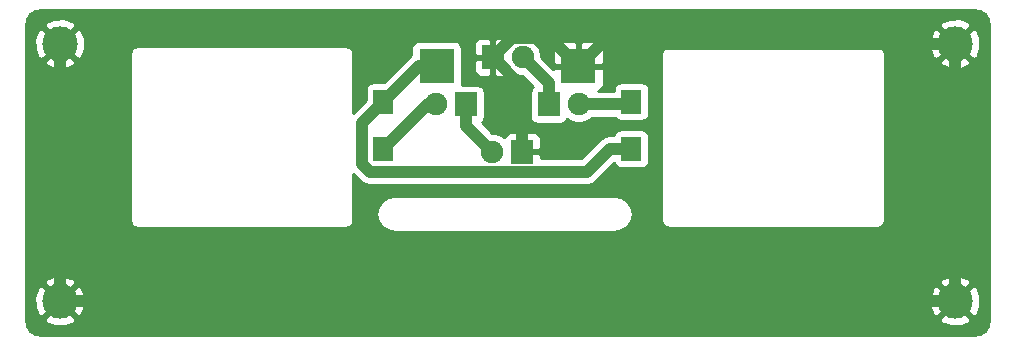
<source format=gbr>
G04 #@! TF.FileFunction,Copper,L2,Bot,Signal*
%FSLAX46Y46*%
G04 Gerber Fmt 4.6, Leading zero omitted, Abs format (unit mm)*
G04 Created by KiCad (PCBNEW 4.0.6) date Sunday, 17 September 2017 'PMt' 18:00:55*
%MOMM*%
%LPD*%
G01*
G04 APERTURE LIST*
%ADD10C,0.100000*%
%ADD11C,3.000000*%
%ADD12R,1.900000X2.000000*%
%ADD13C,1.900000*%
%ADD14R,1.700000X2.000000*%
%ADD15R,3.000000X3.000000*%
%ADD16C,1.000000*%
%ADD17C,0.254000*%
G04 APERTURE END LIST*
D10*
D11*
X179400000Y-73600000D03*
X179400000Y-95400000D03*
X103600000Y-95400000D03*
X103600000Y-73600000D03*
D12*
X145000000Y-78750000D03*
D13*
X147540000Y-78750000D03*
D12*
X140250000Y-74750000D03*
D13*
X142790000Y-74750000D03*
D12*
X138000000Y-78750000D03*
D13*
X135460000Y-78750000D03*
D12*
X142750000Y-82750000D03*
D13*
X140210000Y-82750000D03*
D14*
X152000000Y-82500000D03*
X152000000Y-78500000D03*
X131000000Y-78500000D03*
X131000000Y-82500000D03*
D15*
X135500000Y-75500000D03*
X147500000Y-75500000D03*
D16*
X142790000Y-74750000D02*
X145000000Y-76960000D01*
X145000000Y-76960000D02*
X145000000Y-78750000D01*
X147540000Y-78750000D02*
X151750000Y-78750000D01*
X151750000Y-78750000D02*
X152000000Y-78500000D01*
X151750000Y-78250000D02*
X152000000Y-78500000D01*
X179400000Y-73600000D02*
X149400000Y-73600000D01*
X149400000Y-73600000D02*
X147500000Y-75500000D01*
X179400000Y-95400000D02*
X179400000Y-73600000D01*
X103600000Y-95400000D02*
X179400000Y-95400000D01*
X103600000Y-73600000D02*
X103600000Y-95400000D01*
X140250000Y-74750000D02*
X140250000Y-74700000D01*
X141850001Y-73099999D02*
X145099999Y-73099999D01*
X140250000Y-74700000D02*
X141850001Y-73099999D01*
X145099999Y-73099999D02*
X147500000Y-75500000D01*
X142750000Y-82750000D02*
X142750000Y-77250000D01*
X142750000Y-77250000D02*
X140250000Y-74750000D01*
X138000000Y-78750000D02*
X138000000Y-80540000D01*
X138000000Y-80540000D02*
X140210000Y-82750000D01*
X135460000Y-78750000D02*
X134750000Y-78750000D01*
X134750000Y-78750000D02*
X131000000Y-82500000D01*
X131000000Y-82500000D02*
X131210000Y-82500000D01*
X152000000Y-82500000D02*
X150150000Y-82500000D01*
X148199999Y-84450001D02*
X129839999Y-84450001D01*
X150150000Y-82500000D02*
X148199999Y-84450001D01*
X129839999Y-84450001D02*
X129150000Y-83760002D01*
X129150000Y-83760002D02*
X129150000Y-80350000D01*
X129150000Y-80350000D02*
X131000000Y-78500000D01*
X135500000Y-75500000D02*
X134000000Y-75500000D01*
X134000000Y-75500000D02*
X131000000Y-78500000D01*
X131500000Y-78000000D02*
X131000000Y-78500000D01*
D17*
G36*
X181488338Y-70821046D02*
X181902333Y-71097669D01*
X182178953Y-71511660D01*
X182290000Y-72069931D01*
X182290000Y-96930069D01*
X182178953Y-97488340D01*
X181902333Y-97902331D01*
X181488338Y-98178954D01*
X180930069Y-98290000D01*
X102069931Y-98290000D01*
X101511660Y-98178953D01*
X101097669Y-97902333D01*
X100821046Y-97488338D01*
X100710000Y-96930069D01*
X100710000Y-96913970D01*
X102265635Y-96913970D01*
X102425418Y-97232739D01*
X103216187Y-97542723D01*
X104065387Y-97526497D01*
X104774582Y-97232739D01*
X104934365Y-96913970D01*
X178065635Y-96913970D01*
X178225418Y-97232739D01*
X179016187Y-97542723D01*
X179865387Y-97526497D01*
X180574582Y-97232739D01*
X180734365Y-96913970D01*
X179400000Y-95579605D01*
X178065635Y-96913970D01*
X104934365Y-96913970D01*
X103600000Y-95579605D01*
X102265635Y-96913970D01*
X100710000Y-96913970D01*
X100710000Y-95016187D01*
X101457277Y-95016187D01*
X101473503Y-95865387D01*
X101767261Y-96574582D01*
X102086030Y-96734365D01*
X103420395Y-95400000D01*
X103779605Y-95400000D01*
X105113970Y-96734365D01*
X105432739Y-96574582D01*
X105742723Y-95783813D01*
X105728056Y-95016187D01*
X177257277Y-95016187D01*
X177273503Y-95865387D01*
X177567261Y-96574582D01*
X177886030Y-96734365D01*
X179220395Y-95400000D01*
X179579605Y-95400000D01*
X180913970Y-96734365D01*
X181232739Y-96574582D01*
X181542723Y-95783813D01*
X181526497Y-94934613D01*
X181232739Y-94225418D01*
X180913970Y-94065635D01*
X179579605Y-95400000D01*
X179220395Y-95400000D01*
X177886030Y-94065635D01*
X177567261Y-94225418D01*
X177257277Y-95016187D01*
X105728056Y-95016187D01*
X105726497Y-94934613D01*
X105432739Y-94225418D01*
X105113970Y-94065635D01*
X103779605Y-95400000D01*
X103420395Y-95400000D01*
X102086030Y-94065635D01*
X101767261Y-94225418D01*
X101457277Y-95016187D01*
X100710000Y-95016187D01*
X100710000Y-93886030D01*
X102265635Y-93886030D01*
X103600000Y-95220395D01*
X104934365Y-93886030D01*
X178065635Y-93886030D01*
X179400000Y-95220395D01*
X180734365Y-93886030D01*
X180574582Y-93567261D01*
X179783813Y-93257277D01*
X178934613Y-93273503D01*
X178225418Y-93567261D01*
X178065635Y-93886030D01*
X104934365Y-93886030D01*
X104774582Y-93567261D01*
X103983813Y-93257277D01*
X103134613Y-93273503D01*
X102425418Y-93567261D01*
X102265635Y-93886030D01*
X100710000Y-93886030D01*
X100710000Y-75113970D01*
X102265635Y-75113970D01*
X102425418Y-75432739D01*
X103216187Y-75742723D01*
X104065387Y-75726497D01*
X104774582Y-75432739D01*
X104934365Y-75113970D01*
X103600000Y-73779605D01*
X102265635Y-75113970D01*
X100710000Y-75113970D01*
X100710000Y-73216187D01*
X101457277Y-73216187D01*
X101473503Y-74065387D01*
X101767261Y-74774582D01*
X102086030Y-74934365D01*
X103420395Y-73600000D01*
X103779605Y-73600000D01*
X105113970Y-74934365D01*
X105432739Y-74774582D01*
X105540376Y-74500000D01*
X109540000Y-74500000D01*
X109540000Y-88500000D01*
X109594046Y-88771705D01*
X109747954Y-89002046D01*
X109978295Y-89155954D01*
X110250000Y-89210000D01*
X127750000Y-89210000D01*
X128021705Y-89155954D01*
X128252046Y-89002046D01*
X128405954Y-88771705D01*
X128460000Y-88500000D01*
X128460000Y-88000000D01*
X130406648Y-88000000D01*
X130523493Y-88587419D01*
X130856239Y-89085409D01*
X131354229Y-89418155D01*
X131941648Y-89535000D01*
X150558352Y-89535000D01*
X151145771Y-89418155D01*
X151643761Y-89085409D01*
X151976507Y-88587419D01*
X152093352Y-88000000D01*
X151976507Y-87412581D01*
X151643761Y-86914591D01*
X151145771Y-86581845D01*
X150558352Y-86465000D01*
X131941648Y-86465000D01*
X131354229Y-86581845D01*
X130856239Y-86914591D01*
X130523493Y-87412581D01*
X130406648Y-88000000D01*
X128460000Y-88000000D01*
X128460000Y-84675134D01*
X129037433Y-85252567D01*
X129405653Y-85498604D01*
X129839999Y-85585001D01*
X148199999Y-85585001D01*
X148634345Y-85498604D01*
X149002565Y-85252567D01*
X150542559Y-83712573D01*
X150546838Y-83735317D01*
X150685910Y-83951441D01*
X150898110Y-84096431D01*
X151150000Y-84147440D01*
X152850000Y-84147440D01*
X153085317Y-84103162D01*
X153301441Y-83964090D01*
X153446431Y-83751890D01*
X153497440Y-83500000D01*
X153497440Y-81500000D01*
X153453162Y-81264683D01*
X153314090Y-81048559D01*
X153101890Y-80903569D01*
X152850000Y-80852560D01*
X151150000Y-80852560D01*
X150914683Y-80896838D01*
X150698559Y-81035910D01*
X150553569Y-81248110D01*
X150529898Y-81365000D01*
X150150000Y-81365000D01*
X149715654Y-81451397D01*
X149665364Y-81485000D01*
X149347434Y-81697434D01*
X147729867Y-83315001D01*
X144335000Y-83315001D01*
X144335000Y-83035750D01*
X144176250Y-82877000D01*
X142877000Y-82877000D01*
X142877000Y-82897000D01*
X142623000Y-82897000D01*
X142623000Y-82877000D01*
X142603000Y-82877000D01*
X142603000Y-82623000D01*
X142623000Y-82623000D01*
X142623000Y-81273750D01*
X142877000Y-81273750D01*
X142877000Y-82623000D01*
X144176250Y-82623000D01*
X144335000Y-82464250D01*
X144335000Y-81623691D01*
X144238327Y-81390302D01*
X144059699Y-81211673D01*
X143826310Y-81115000D01*
X143035750Y-81115000D01*
X142877000Y-81273750D01*
X142623000Y-81273750D01*
X142464250Y-81115000D01*
X141673690Y-81115000D01*
X141440301Y-81211673D01*
X141261673Y-81390302D01*
X141211988Y-81510251D01*
X141109003Y-81407086D01*
X140526659Y-81165276D01*
X140230149Y-81165017D01*
X139327075Y-80261943D01*
X139401441Y-80214090D01*
X139546431Y-80001890D01*
X139597440Y-79750000D01*
X139597440Y-77750000D01*
X139553162Y-77514683D01*
X139414090Y-77298559D01*
X139201890Y-77153569D01*
X138950000Y-77102560D01*
X137626671Y-77102560D01*
X137647440Y-77000000D01*
X137647440Y-75035750D01*
X138665000Y-75035750D01*
X138665000Y-75876309D01*
X138761673Y-76109698D01*
X138940301Y-76288327D01*
X139173690Y-76385000D01*
X139964250Y-76385000D01*
X140123000Y-76226250D01*
X140123000Y-74877000D01*
X138823750Y-74877000D01*
X138665000Y-75035750D01*
X137647440Y-75035750D01*
X137647440Y-74000000D01*
X137603162Y-73764683D01*
X137512437Y-73623691D01*
X138665000Y-73623691D01*
X138665000Y-74464250D01*
X138823750Y-74623000D01*
X140123000Y-74623000D01*
X140123000Y-73273750D01*
X140377000Y-73273750D01*
X140377000Y-74623000D01*
X140397000Y-74623000D01*
X140397000Y-74877000D01*
X140377000Y-74877000D01*
X140377000Y-76226250D01*
X140535750Y-76385000D01*
X141326310Y-76385000D01*
X141559699Y-76288327D01*
X141738327Y-76109698D01*
X141788012Y-75989749D01*
X141890997Y-76092914D01*
X142473341Y-76334724D01*
X142769851Y-76334983D01*
X143672925Y-77238057D01*
X143598559Y-77285910D01*
X143453569Y-77498110D01*
X143402560Y-77750000D01*
X143402560Y-79750000D01*
X143446838Y-79985317D01*
X143585910Y-80201441D01*
X143798110Y-80346431D01*
X144050000Y-80397440D01*
X145950000Y-80397440D01*
X146185317Y-80353162D01*
X146401441Y-80214090D01*
X146546431Y-80001890D01*
X146547055Y-79998808D01*
X146640997Y-80092914D01*
X147223341Y-80334724D01*
X147853893Y-80335275D01*
X148436657Y-80094481D01*
X148646504Y-79885000D01*
X150643156Y-79885000D01*
X150685910Y-79951441D01*
X150898110Y-80096431D01*
X151150000Y-80147440D01*
X152850000Y-80147440D01*
X153085317Y-80103162D01*
X153301441Y-79964090D01*
X153446431Y-79751890D01*
X153497440Y-79500000D01*
X153497440Y-77500000D01*
X153453162Y-77264683D01*
X153314090Y-77048559D01*
X153101890Y-76903569D01*
X152850000Y-76852560D01*
X151150000Y-76852560D01*
X150914683Y-76896838D01*
X150698559Y-77035910D01*
X150553569Y-77248110D01*
X150502560Y-77500000D01*
X150502560Y-77615000D01*
X149174593Y-77615000D01*
X149359698Y-77538327D01*
X149538327Y-77359699D01*
X149635000Y-77126310D01*
X149635000Y-75785750D01*
X149476250Y-75627000D01*
X147627000Y-75627000D01*
X147627000Y-75647000D01*
X147373000Y-75647000D01*
X147373000Y-75627000D01*
X145523750Y-75627000D01*
X145397941Y-75752809D01*
X144375018Y-74729886D01*
X144375275Y-74436107D01*
X144142889Y-73873690D01*
X145365000Y-73873690D01*
X145365000Y-75214250D01*
X145523750Y-75373000D01*
X147373000Y-75373000D01*
X147373000Y-73523750D01*
X147627000Y-73523750D01*
X147627000Y-75373000D01*
X149476250Y-75373000D01*
X149635000Y-75214250D01*
X149635000Y-74500000D01*
X154540000Y-74500000D01*
X154540000Y-88500000D01*
X154594046Y-88771705D01*
X154747954Y-89002046D01*
X154978295Y-89155954D01*
X155250000Y-89210000D01*
X172750000Y-89210000D01*
X173021705Y-89155954D01*
X173252046Y-89002046D01*
X173405954Y-88771705D01*
X173460000Y-88500000D01*
X173460000Y-75113970D01*
X178065635Y-75113970D01*
X178225418Y-75432739D01*
X179016187Y-75742723D01*
X179865387Y-75726497D01*
X180574582Y-75432739D01*
X180734365Y-75113970D01*
X179400000Y-73779605D01*
X178065635Y-75113970D01*
X173460000Y-75113970D01*
X173460000Y-74500000D01*
X173405954Y-74228295D01*
X173252046Y-73997954D01*
X173021705Y-73844046D01*
X172750000Y-73790000D01*
X155250000Y-73790000D01*
X154978295Y-73844046D01*
X154747954Y-73997954D01*
X154594046Y-74228295D01*
X154540000Y-74500000D01*
X149635000Y-74500000D01*
X149635000Y-73873690D01*
X149538327Y-73640301D01*
X149359698Y-73461673D01*
X149126309Y-73365000D01*
X147785750Y-73365000D01*
X147627000Y-73523750D01*
X147373000Y-73523750D01*
X147214250Y-73365000D01*
X145873691Y-73365000D01*
X145640302Y-73461673D01*
X145461673Y-73640301D01*
X145365000Y-73873690D01*
X144142889Y-73873690D01*
X144134481Y-73853343D01*
X143689003Y-73407086D01*
X143229267Y-73216187D01*
X177257277Y-73216187D01*
X177273503Y-74065387D01*
X177567261Y-74774582D01*
X177886030Y-74934365D01*
X179220395Y-73600000D01*
X179579605Y-73600000D01*
X180913970Y-74934365D01*
X181232739Y-74774582D01*
X181542723Y-73983813D01*
X181526497Y-73134613D01*
X181232739Y-72425418D01*
X180913970Y-72265635D01*
X179579605Y-73600000D01*
X179220395Y-73600000D01*
X177886030Y-72265635D01*
X177567261Y-72425418D01*
X177257277Y-73216187D01*
X143229267Y-73216187D01*
X143106659Y-73165276D01*
X142476107Y-73164725D01*
X141893343Y-73405519D01*
X141788133Y-73510545D01*
X141738327Y-73390302D01*
X141559699Y-73211673D01*
X141326310Y-73115000D01*
X140535750Y-73115000D01*
X140377000Y-73273750D01*
X140123000Y-73273750D01*
X139964250Y-73115000D01*
X139173690Y-73115000D01*
X138940301Y-73211673D01*
X138761673Y-73390302D01*
X138665000Y-73623691D01*
X137512437Y-73623691D01*
X137464090Y-73548559D01*
X137251890Y-73403569D01*
X137000000Y-73352560D01*
X134000000Y-73352560D01*
X133764683Y-73396838D01*
X133548559Y-73535910D01*
X133403569Y-73748110D01*
X133352560Y-74000000D01*
X133352560Y-74593782D01*
X133197434Y-74697434D01*
X131042308Y-76852560D01*
X130150000Y-76852560D01*
X129914683Y-76896838D01*
X129698559Y-77035910D01*
X129553569Y-77248110D01*
X129502560Y-77500000D01*
X129502560Y-78392308D01*
X128460000Y-79434868D01*
X128460000Y-74500000D01*
X128405954Y-74228295D01*
X128252046Y-73997954D01*
X128021705Y-73844046D01*
X127750000Y-73790000D01*
X110250000Y-73790000D01*
X109978295Y-73844046D01*
X109747954Y-73997954D01*
X109594046Y-74228295D01*
X109540000Y-74500000D01*
X105540376Y-74500000D01*
X105742723Y-73983813D01*
X105726497Y-73134613D01*
X105432739Y-72425418D01*
X105113970Y-72265635D01*
X103779605Y-73600000D01*
X103420395Y-73600000D01*
X102086030Y-72265635D01*
X101767261Y-72425418D01*
X101457277Y-73216187D01*
X100710000Y-73216187D01*
X100710000Y-72086030D01*
X102265635Y-72086030D01*
X103600000Y-73420395D01*
X104934365Y-72086030D01*
X178065635Y-72086030D01*
X179400000Y-73420395D01*
X180734365Y-72086030D01*
X180574582Y-71767261D01*
X179783813Y-71457277D01*
X178934613Y-71473503D01*
X178225418Y-71767261D01*
X178065635Y-72086030D01*
X104934365Y-72086030D01*
X104774582Y-71767261D01*
X103983813Y-71457277D01*
X103134613Y-71473503D01*
X102425418Y-71767261D01*
X102265635Y-72086030D01*
X100710000Y-72086030D01*
X100710000Y-72069931D01*
X100821046Y-71511662D01*
X101097669Y-71097667D01*
X101511660Y-70821047D01*
X102069931Y-70710000D01*
X180930069Y-70710000D01*
X181488338Y-70821046D01*
X181488338Y-70821046D01*
G37*
X181488338Y-70821046D02*
X181902333Y-71097669D01*
X182178953Y-71511660D01*
X182290000Y-72069931D01*
X182290000Y-96930069D01*
X182178953Y-97488340D01*
X181902333Y-97902331D01*
X181488338Y-98178954D01*
X180930069Y-98290000D01*
X102069931Y-98290000D01*
X101511660Y-98178953D01*
X101097669Y-97902333D01*
X100821046Y-97488338D01*
X100710000Y-96930069D01*
X100710000Y-96913970D01*
X102265635Y-96913970D01*
X102425418Y-97232739D01*
X103216187Y-97542723D01*
X104065387Y-97526497D01*
X104774582Y-97232739D01*
X104934365Y-96913970D01*
X178065635Y-96913970D01*
X178225418Y-97232739D01*
X179016187Y-97542723D01*
X179865387Y-97526497D01*
X180574582Y-97232739D01*
X180734365Y-96913970D01*
X179400000Y-95579605D01*
X178065635Y-96913970D01*
X104934365Y-96913970D01*
X103600000Y-95579605D01*
X102265635Y-96913970D01*
X100710000Y-96913970D01*
X100710000Y-95016187D01*
X101457277Y-95016187D01*
X101473503Y-95865387D01*
X101767261Y-96574582D01*
X102086030Y-96734365D01*
X103420395Y-95400000D01*
X103779605Y-95400000D01*
X105113970Y-96734365D01*
X105432739Y-96574582D01*
X105742723Y-95783813D01*
X105728056Y-95016187D01*
X177257277Y-95016187D01*
X177273503Y-95865387D01*
X177567261Y-96574582D01*
X177886030Y-96734365D01*
X179220395Y-95400000D01*
X179579605Y-95400000D01*
X180913970Y-96734365D01*
X181232739Y-96574582D01*
X181542723Y-95783813D01*
X181526497Y-94934613D01*
X181232739Y-94225418D01*
X180913970Y-94065635D01*
X179579605Y-95400000D01*
X179220395Y-95400000D01*
X177886030Y-94065635D01*
X177567261Y-94225418D01*
X177257277Y-95016187D01*
X105728056Y-95016187D01*
X105726497Y-94934613D01*
X105432739Y-94225418D01*
X105113970Y-94065635D01*
X103779605Y-95400000D01*
X103420395Y-95400000D01*
X102086030Y-94065635D01*
X101767261Y-94225418D01*
X101457277Y-95016187D01*
X100710000Y-95016187D01*
X100710000Y-93886030D01*
X102265635Y-93886030D01*
X103600000Y-95220395D01*
X104934365Y-93886030D01*
X178065635Y-93886030D01*
X179400000Y-95220395D01*
X180734365Y-93886030D01*
X180574582Y-93567261D01*
X179783813Y-93257277D01*
X178934613Y-93273503D01*
X178225418Y-93567261D01*
X178065635Y-93886030D01*
X104934365Y-93886030D01*
X104774582Y-93567261D01*
X103983813Y-93257277D01*
X103134613Y-93273503D01*
X102425418Y-93567261D01*
X102265635Y-93886030D01*
X100710000Y-93886030D01*
X100710000Y-75113970D01*
X102265635Y-75113970D01*
X102425418Y-75432739D01*
X103216187Y-75742723D01*
X104065387Y-75726497D01*
X104774582Y-75432739D01*
X104934365Y-75113970D01*
X103600000Y-73779605D01*
X102265635Y-75113970D01*
X100710000Y-75113970D01*
X100710000Y-73216187D01*
X101457277Y-73216187D01*
X101473503Y-74065387D01*
X101767261Y-74774582D01*
X102086030Y-74934365D01*
X103420395Y-73600000D01*
X103779605Y-73600000D01*
X105113970Y-74934365D01*
X105432739Y-74774582D01*
X105540376Y-74500000D01*
X109540000Y-74500000D01*
X109540000Y-88500000D01*
X109594046Y-88771705D01*
X109747954Y-89002046D01*
X109978295Y-89155954D01*
X110250000Y-89210000D01*
X127750000Y-89210000D01*
X128021705Y-89155954D01*
X128252046Y-89002046D01*
X128405954Y-88771705D01*
X128460000Y-88500000D01*
X128460000Y-88000000D01*
X130406648Y-88000000D01*
X130523493Y-88587419D01*
X130856239Y-89085409D01*
X131354229Y-89418155D01*
X131941648Y-89535000D01*
X150558352Y-89535000D01*
X151145771Y-89418155D01*
X151643761Y-89085409D01*
X151976507Y-88587419D01*
X152093352Y-88000000D01*
X151976507Y-87412581D01*
X151643761Y-86914591D01*
X151145771Y-86581845D01*
X150558352Y-86465000D01*
X131941648Y-86465000D01*
X131354229Y-86581845D01*
X130856239Y-86914591D01*
X130523493Y-87412581D01*
X130406648Y-88000000D01*
X128460000Y-88000000D01*
X128460000Y-84675134D01*
X129037433Y-85252567D01*
X129405653Y-85498604D01*
X129839999Y-85585001D01*
X148199999Y-85585001D01*
X148634345Y-85498604D01*
X149002565Y-85252567D01*
X150542559Y-83712573D01*
X150546838Y-83735317D01*
X150685910Y-83951441D01*
X150898110Y-84096431D01*
X151150000Y-84147440D01*
X152850000Y-84147440D01*
X153085317Y-84103162D01*
X153301441Y-83964090D01*
X153446431Y-83751890D01*
X153497440Y-83500000D01*
X153497440Y-81500000D01*
X153453162Y-81264683D01*
X153314090Y-81048559D01*
X153101890Y-80903569D01*
X152850000Y-80852560D01*
X151150000Y-80852560D01*
X150914683Y-80896838D01*
X150698559Y-81035910D01*
X150553569Y-81248110D01*
X150529898Y-81365000D01*
X150150000Y-81365000D01*
X149715654Y-81451397D01*
X149665364Y-81485000D01*
X149347434Y-81697434D01*
X147729867Y-83315001D01*
X144335000Y-83315001D01*
X144335000Y-83035750D01*
X144176250Y-82877000D01*
X142877000Y-82877000D01*
X142877000Y-82897000D01*
X142623000Y-82897000D01*
X142623000Y-82877000D01*
X142603000Y-82877000D01*
X142603000Y-82623000D01*
X142623000Y-82623000D01*
X142623000Y-81273750D01*
X142877000Y-81273750D01*
X142877000Y-82623000D01*
X144176250Y-82623000D01*
X144335000Y-82464250D01*
X144335000Y-81623691D01*
X144238327Y-81390302D01*
X144059699Y-81211673D01*
X143826310Y-81115000D01*
X143035750Y-81115000D01*
X142877000Y-81273750D01*
X142623000Y-81273750D01*
X142464250Y-81115000D01*
X141673690Y-81115000D01*
X141440301Y-81211673D01*
X141261673Y-81390302D01*
X141211988Y-81510251D01*
X141109003Y-81407086D01*
X140526659Y-81165276D01*
X140230149Y-81165017D01*
X139327075Y-80261943D01*
X139401441Y-80214090D01*
X139546431Y-80001890D01*
X139597440Y-79750000D01*
X139597440Y-77750000D01*
X139553162Y-77514683D01*
X139414090Y-77298559D01*
X139201890Y-77153569D01*
X138950000Y-77102560D01*
X137626671Y-77102560D01*
X137647440Y-77000000D01*
X137647440Y-75035750D01*
X138665000Y-75035750D01*
X138665000Y-75876309D01*
X138761673Y-76109698D01*
X138940301Y-76288327D01*
X139173690Y-76385000D01*
X139964250Y-76385000D01*
X140123000Y-76226250D01*
X140123000Y-74877000D01*
X138823750Y-74877000D01*
X138665000Y-75035750D01*
X137647440Y-75035750D01*
X137647440Y-74000000D01*
X137603162Y-73764683D01*
X137512437Y-73623691D01*
X138665000Y-73623691D01*
X138665000Y-74464250D01*
X138823750Y-74623000D01*
X140123000Y-74623000D01*
X140123000Y-73273750D01*
X140377000Y-73273750D01*
X140377000Y-74623000D01*
X140397000Y-74623000D01*
X140397000Y-74877000D01*
X140377000Y-74877000D01*
X140377000Y-76226250D01*
X140535750Y-76385000D01*
X141326310Y-76385000D01*
X141559699Y-76288327D01*
X141738327Y-76109698D01*
X141788012Y-75989749D01*
X141890997Y-76092914D01*
X142473341Y-76334724D01*
X142769851Y-76334983D01*
X143672925Y-77238057D01*
X143598559Y-77285910D01*
X143453569Y-77498110D01*
X143402560Y-77750000D01*
X143402560Y-79750000D01*
X143446838Y-79985317D01*
X143585910Y-80201441D01*
X143798110Y-80346431D01*
X144050000Y-80397440D01*
X145950000Y-80397440D01*
X146185317Y-80353162D01*
X146401441Y-80214090D01*
X146546431Y-80001890D01*
X146547055Y-79998808D01*
X146640997Y-80092914D01*
X147223341Y-80334724D01*
X147853893Y-80335275D01*
X148436657Y-80094481D01*
X148646504Y-79885000D01*
X150643156Y-79885000D01*
X150685910Y-79951441D01*
X150898110Y-80096431D01*
X151150000Y-80147440D01*
X152850000Y-80147440D01*
X153085317Y-80103162D01*
X153301441Y-79964090D01*
X153446431Y-79751890D01*
X153497440Y-79500000D01*
X153497440Y-77500000D01*
X153453162Y-77264683D01*
X153314090Y-77048559D01*
X153101890Y-76903569D01*
X152850000Y-76852560D01*
X151150000Y-76852560D01*
X150914683Y-76896838D01*
X150698559Y-77035910D01*
X150553569Y-77248110D01*
X150502560Y-77500000D01*
X150502560Y-77615000D01*
X149174593Y-77615000D01*
X149359698Y-77538327D01*
X149538327Y-77359699D01*
X149635000Y-77126310D01*
X149635000Y-75785750D01*
X149476250Y-75627000D01*
X147627000Y-75627000D01*
X147627000Y-75647000D01*
X147373000Y-75647000D01*
X147373000Y-75627000D01*
X145523750Y-75627000D01*
X145397941Y-75752809D01*
X144375018Y-74729886D01*
X144375275Y-74436107D01*
X144142889Y-73873690D01*
X145365000Y-73873690D01*
X145365000Y-75214250D01*
X145523750Y-75373000D01*
X147373000Y-75373000D01*
X147373000Y-73523750D01*
X147627000Y-73523750D01*
X147627000Y-75373000D01*
X149476250Y-75373000D01*
X149635000Y-75214250D01*
X149635000Y-74500000D01*
X154540000Y-74500000D01*
X154540000Y-88500000D01*
X154594046Y-88771705D01*
X154747954Y-89002046D01*
X154978295Y-89155954D01*
X155250000Y-89210000D01*
X172750000Y-89210000D01*
X173021705Y-89155954D01*
X173252046Y-89002046D01*
X173405954Y-88771705D01*
X173460000Y-88500000D01*
X173460000Y-75113970D01*
X178065635Y-75113970D01*
X178225418Y-75432739D01*
X179016187Y-75742723D01*
X179865387Y-75726497D01*
X180574582Y-75432739D01*
X180734365Y-75113970D01*
X179400000Y-73779605D01*
X178065635Y-75113970D01*
X173460000Y-75113970D01*
X173460000Y-74500000D01*
X173405954Y-74228295D01*
X173252046Y-73997954D01*
X173021705Y-73844046D01*
X172750000Y-73790000D01*
X155250000Y-73790000D01*
X154978295Y-73844046D01*
X154747954Y-73997954D01*
X154594046Y-74228295D01*
X154540000Y-74500000D01*
X149635000Y-74500000D01*
X149635000Y-73873690D01*
X149538327Y-73640301D01*
X149359698Y-73461673D01*
X149126309Y-73365000D01*
X147785750Y-73365000D01*
X147627000Y-73523750D01*
X147373000Y-73523750D01*
X147214250Y-73365000D01*
X145873691Y-73365000D01*
X145640302Y-73461673D01*
X145461673Y-73640301D01*
X145365000Y-73873690D01*
X144142889Y-73873690D01*
X144134481Y-73853343D01*
X143689003Y-73407086D01*
X143229267Y-73216187D01*
X177257277Y-73216187D01*
X177273503Y-74065387D01*
X177567261Y-74774582D01*
X177886030Y-74934365D01*
X179220395Y-73600000D01*
X179579605Y-73600000D01*
X180913970Y-74934365D01*
X181232739Y-74774582D01*
X181542723Y-73983813D01*
X181526497Y-73134613D01*
X181232739Y-72425418D01*
X180913970Y-72265635D01*
X179579605Y-73600000D01*
X179220395Y-73600000D01*
X177886030Y-72265635D01*
X177567261Y-72425418D01*
X177257277Y-73216187D01*
X143229267Y-73216187D01*
X143106659Y-73165276D01*
X142476107Y-73164725D01*
X141893343Y-73405519D01*
X141788133Y-73510545D01*
X141738327Y-73390302D01*
X141559699Y-73211673D01*
X141326310Y-73115000D01*
X140535750Y-73115000D01*
X140377000Y-73273750D01*
X140123000Y-73273750D01*
X139964250Y-73115000D01*
X139173690Y-73115000D01*
X138940301Y-73211673D01*
X138761673Y-73390302D01*
X138665000Y-73623691D01*
X137512437Y-73623691D01*
X137464090Y-73548559D01*
X137251890Y-73403569D01*
X137000000Y-73352560D01*
X134000000Y-73352560D01*
X133764683Y-73396838D01*
X133548559Y-73535910D01*
X133403569Y-73748110D01*
X133352560Y-74000000D01*
X133352560Y-74593782D01*
X133197434Y-74697434D01*
X131042308Y-76852560D01*
X130150000Y-76852560D01*
X129914683Y-76896838D01*
X129698559Y-77035910D01*
X129553569Y-77248110D01*
X129502560Y-77500000D01*
X129502560Y-78392308D01*
X128460000Y-79434868D01*
X128460000Y-74500000D01*
X128405954Y-74228295D01*
X128252046Y-73997954D01*
X128021705Y-73844046D01*
X127750000Y-73790000D01*
X110250000Y-73790000D01*
X109978295Y-73844046D01*
X109747954Y-73997954D01*
X109594046Y-74228295D01*
X109540000Y-74500000D01*
X105540376Y-74500000D01*
X105742723Y-73983813D01*
X105726497Y-73134613D01*
X105432739Y-72425418D01*
X105113970Y-72265635D01*
X103779605Y-73600000D01*
X103420395Y-73600000D01*
X102086030Y-72265635D01*
X101767261Y-72425418D01*
X101457277Y-73216187D01*
X100710000Y-73216187D01*
X100710000Y-72086030D01*
X102265635Y-72086030D01*
X103600000Y-73420395D01*
X104934365Y-72086030D01*
X178065635Y-72086030D01*
X179400000Y-73420395D01*
X180734365Y-72086030D01*
X180574582Y-71767261D01*
X179783813Y-71457277D01*
X178934613Y-71473503D01*
X178225418Y-71767261D01*
X178065635Y-72086030D01*
X104934365Y-72086030D01*
X104774582Y-71767261D01*
X103983813Y-71457277D01*
X103134613Y-71473503D01*
X102425418Y-71767261D01*
X102265635Y-72086030D01*
X100710000Y-72086030D01*
X100710000Y-72069931D01*
X100821046Y-71511662D01*
X101097669Y-71097667D01*
X101511660Y-70821047D01*
X102069931Y-70710000D01*
X180930069Y-70710000D01*
X181488338Y-70821046D01*
M02*

</source>
